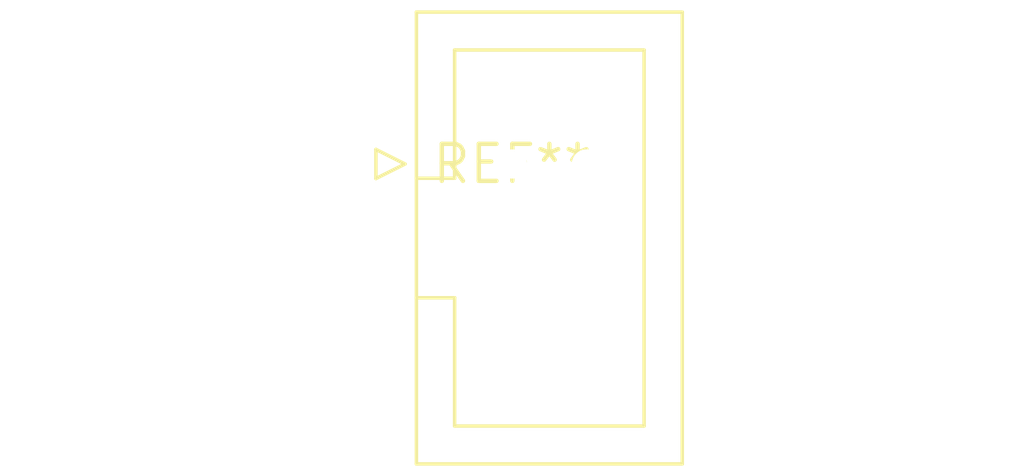
<source format=kicad_pcb>
(kicad_pcb (version 20240108) (generator pcbnew)
  (layers (0 "F.Cu" signal) (31 "B.Cu" signal) (34 "B.Paste" user) (35 "F.Paste" user) (36 "B.SilkS" user "B.Silkscreen") (37 "F.SilkS" user "F.Silkscreen") (38 "B.Mask" user) (39 "F.Mask" user) (44 "Edge.Cuts" user))
  (net 0 "")
  (footprint "IDC-Header_2x03_P2.54mm_Vertical" (layer "F.Cu") (at 0 0)
    (property "Reference" "REF**")
    (property "Value" "IDC-Header_2x03_P2.54mm_Vertical")
    (fp_line (start -4.68 -0.5) (end -4.68 0.5) (layer "F.SilkS") (stroke (width 0.12)))
    (fp_line (start -4.68 0.5) (end -3.68 0) (layer "F.SilkS") (stroke (width 0.12)))
    (fp_line (start -3.68 0) (end -4.68 -0.5) (layer "F.SilkS") (stroke (width 0.12)))
    (fp_line (start -3.29 -5.21) (end 5.83 -5.21) (layer "F.SilkS") (stroke (width 0.12)))
    (fp_line (start -3.29 0.49) (end -1.98 0.49) (layer "F.SilkS") (stroke (width 0.12)))
    (fp_line (start -3.29 10.29) (end -3.29 -5.21) (layer "F.SilkS") (stroke (width 0.12)))
    (fp_line (start -1.98 -3.91) (end 4.52 -3.91) (layer "F.SilkS") (stroke (width 0.12)))
    (fp_line (start -1.98 0.49) (end -1.98 -3.91) (layer "F.SilkS") (stroke (width 0.12)))
    (fp_line (start -1.98 4.59) (end -3.29 4.59) (layer "F.SilkS") (stroke (width 0.12)))
    (fp_line (start -1.98 4.59) (end -1.98 4.59) (layer "F.SilkS") (stroke (width 0.12)))
    (fp_line (start -1.98 8.99) (end -1.98 4.59) (layer "F.SilkS") (stroke (width 0.12)))
    (fp_line (start 4.52 -3.91) (end 4.52 8.99) (layer "F.SilkS") (stroke (width 0.12)))
    (fp_line (start 4.52 8.99) (end -1.98 8.99) (layer "F.SilkS") (stroke (width 0.12)))
    (fp_line (start 5.83 -5.21) (end 5.83 10.29) (layer "F.SilkS") (stroke (width 0.12)))
    (fp_line (start 5.83 10.29) (end -3.29 10.29) (layer "F.SilkS") (stroke (width 0.12)))
    (pad "1" thru_hole roundrect (at 0 0) (size 1.7 1.7) (drill 1) (layers *.Cu *.Mask) (remove_unused_layers) (roundrect_rratio 0.147059))
    (pad "2" thru_hole circle (at 2.54 0) (size 1.7 1.7) (drill 1) (layers *.Cu *.Mask) (remove_unused_layers))
    (pad "3" thru_hole circle (at 0 2.54) (size 1.7 1.7) (drill 1) (layers *.Cu *.Mask) (remove_unused_layers))
    (pad "4" thru_hole circle (at 2.54 2.54) (size 1.7 1.7) (drill 1) (layers *.Cu *.Mask) (remove_unused_layers))
    (pad "5" thru_hole circle (at 0 5.08) (size 1.7 1.7) (drill 1) (layers *.Cu *.Mask) (remove_unused_layers))
    (pad "6" thru_hole circle (at 2.54 5.08) (size 1.7 1.7) (drill 1) (layers *.Cu *.Mask) (remove_unused_layers))
  )
)
</source>
